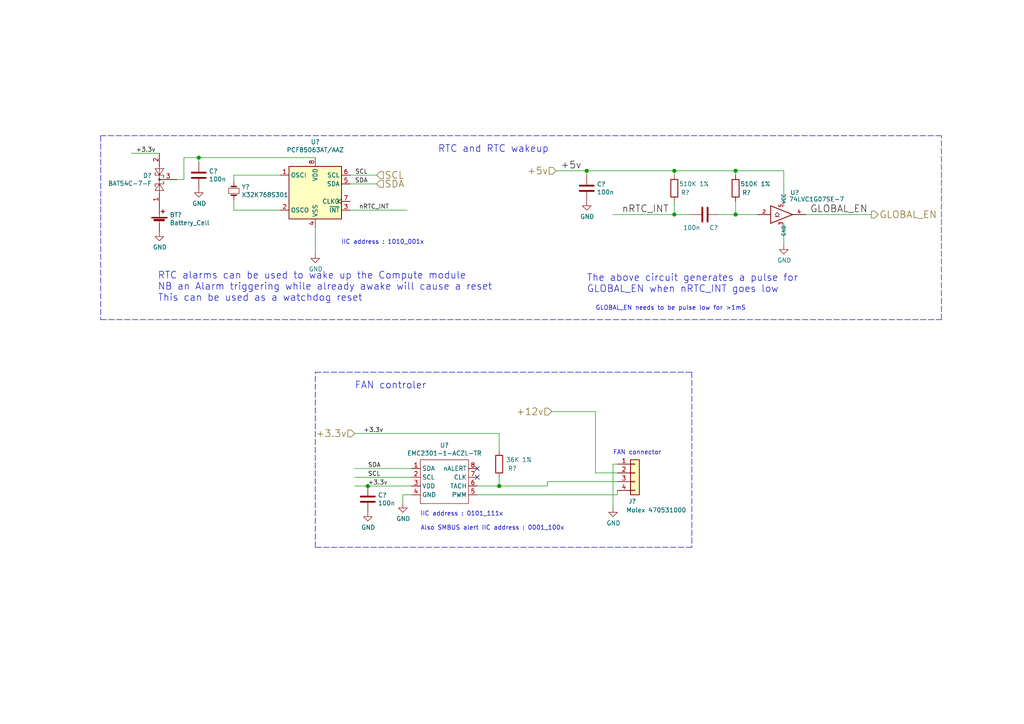
<source format=kicad_sch>
(kicad_sch (version 20210406) (generator eeschema)
  (paper "A4")
  (title_block (title "Compute Module 4 IO Board - RTC - FAN") (rev "1") (company "(c) Raspberry Pi Trading 2020") (comment 1 "www.raspberrypi.org"))
  (lib_symbols
    (symbol "CM4IO:74LVC1G07_copy"
      (property "Reference" "U" (at -2.54 3.81 0))
      (property "Value" "74LVC1G07_copy" (at 0 -3.81 0))
      (symbol "74LVC1G07_copy_0_1"
        (polyline (pts (xy -2.54 -0.635) (xy -1.27 -0.635)))
        (polyline (pts (xy -3.81 2.54) (xy -3.81 -2.54) (xy 2.54 0) (xy -3.81 2.54)) (stroke (width 0.254)))
        (polyline (pts (xy -1.905 0.635) (xy -2.54 0) (xy -1.905 -0.635) (xy -1.27 0) (xy -1.905 0.635)))
      )
      (symbol "74LVC1G07_copy_1_1"
        (pin input line (at -7.62 0 0) (length 3.81) (name "~") (number "2"))
        (pin power_in line (at 0 -2.54 270) (length 0) (name "GND") (number "3"))
        (pin open_collector line (at 6.35 0 180) (length 3.81) (name "~") (number "4"))
        (pin power_in line (at 0 2.54 90) (length 0) (name "VCC") (number "5"))
      )
    )
    (symbol "CM4IO:EMC2301"
      (property "Reference" "U" (at -7.62 13.97 0))
      (property "Value" "EMC2301" (at -1.27 -1.27 0))
      (symbol "EMC2301_0_0"
        (pin open_collector line (at -11.43 10.16 0) (length 2.54) (name "SDA") (number "1"))
        (pin open_collector line (at -11.43 7.62 0) (length 2.54) (name "SCL") (number "2"))
        (pin power_in line (at -11.43 5.08 0) (length 2.54) (name "VDD") (number "3"))
        (pin power_in line (at -11.43 2.54 0) (length 2.54) (name "GND") (number "4"))
        (pin output line (at 7.62 2.54 180) (length 2.54) (name "PWM") (number "5"))
        (pin input line (at 7.62 5.08 180) (length 2.54) (name "TACH") (number "6"))
        (pin input line (at 7.62 7.62 180) (length 2.54) (name "CLK") (number "7"))
        (pin open_collector line (at 7.62 10.16 180) (length 2.54) (name "nALERT") (number "8"))
      )
      (symbol "EMC2301_0_1"
        (rectangle (start -8.89 12.7) (end 5.08 0))
      )
    )
    (symbol "Connector_Generic:Conn_01x04" (pin_names hide)
      (property "Reference" "J" (at 0 5.08 0))
      (property "Value" "Conn_01x04" (at 0 -7.62 0))
      (symbol "Conn_01x04_1_1"
        (rectangle (start -1.27 -4.953) (end 0 -5.207))
        (rectangle (start -1.27 -2.413) (end 0 -2.667))
        (rectangle (start -1.27 0.127) (end 0 -0.127))
        (rectangle (start -1.27 2.667) (end 0 2.413))
        (rectangle (start -1.27 3.81) (end 1.27 -6.35) (stroke (width 0.254)) (fill (type background)))
        (pin passive line (at -5.08 2.54 0) (length 3.81) (name "Pin_1") (number "1"))
        (pin passive line (at -5.08 0 0) (length 3.81) (name "Pin_2") (number "2"))
        (pin passive line (at -5.08 -2.54 0) (length 3.81) (name "Pin_3") (number "3"))
        (pin passive line (at -5.08 -5.08 0) (length 3.81) (name "Pin_4") (number "4"))
      )
    )
    (symbol "Device:Battery_Cell" (pin_numbers hide) (pin_names (offset 0) hide)
      (property "Reference" "BT" (at 2.54 2.54 0))
      (property "Value" "Battery_Cell" (at 2.54 0 0))
      (symbol "Battery_Cell_0_1"
        (rectangle (start -2.286 1.778) (end 2.286 1.524) (fill (type outline)))
        (rectangle (start -1.5748 1.1938) (end 1.4732 0.6858) (fill (type outline)))
        (polyline (pts (xy 0 0.762) (xy 0 0)))
        (polyline (pts (xy 0 1.778) (xy 0 2.54)))
        (polyline (pts (xy 0.508 3.429) (xy 1.524 3.429)) (stroke (width 0.254)))
        (polyline (pts (xy 1.016 3.937) (xy 1.016 2.921)) (stroke (width 0.254)))
      )
      (symbol "Battery_Cell_1_1"
        (pin passive line (at 0 5.08 270) (length 2.54) (name "+") (number "1"))
        (pin passive line (at 0 -2.54 90) (length 2.54) (name "-") (number "2"))
      )
    )
    (symbol "Device:C" (pin_numbers hide) (pin_names (offset 0.254))
      (property "Reference" "C" (at 0.635 2.54 0))
      (property "Value" "C" (at 0.635 -2.54 0))
      (symbol "C_0_1"
        (polyline (pts (xy -2.032 -0.762) (xy 2.032 -0.762)) (stroke (width 0.508)))
        (polyline (pts (xy -2.032 0.762) (xy 2.032 0.762)) (stroke (width 0.508)))
      )
      (symbol "C_1_1"
        (pin passive line (at 0 3.81 270) (length 2.794) (name "~") (number "1"))
        (pin passive line (at 0 -3.81 90) (length 2.794) (name "~") (number "2"))
      )
    )
    (symbol "Device:Crystal_Small" (pin_numbers hide) (pin_names hide)
      (property "Reference" "Y" (at 0 2.54 0))
      (property "Value" "Crystal_Small" (at 0 -2.54 0))
      (symbol "Crystal_Small_0_1"
        (rectangle (start -0.762 -1.524) (end 0.762 1.524))
        (polyline (pts (xy -1.27 -0.762) (xy -1.27 0.762)) (stroke (width 0.381)))
        (polyline (pts (xy 1.27 -0.762) (xy 1.27 0.762)) (stroke (width 0.381)))
      )
      (symbol "Crystal_Small_1_1"
        (pin passive line (at -2.54 0 0) (length 1.27) (name "1") (number "1"))
        (pin passive line (at 2.54 0 180) (length 1.27) (name "2") (number "2"))
      )
    )
    (symbol "Device:R" (pin_numbers hide) (pin_names (offset 0))
      (property "Reference" "R" (at 2.032 0 90))
      (property "Value" "R" (at 0 0 90))
      (symbol "R_0_1"
        (rectangle (start -1.016 -2.54) (end 1.016 2.54) (stroke (width 0.254)))
      )
      (symbol "R_1_1"
        (pin passive line (at 0 3.81 270) (length 1.27) (name "~") (number "1"))
        (pin passive line (at 0 -3.81 90) (length 1.27) (name "~") (number "2"))
      )
    )
    (symbol "Diode:BAT54C"
      (property "Reference" "D" (at 0.635 -3.81 0))
      (property "Value" "BAT54C" (at -6.35 3.175 0))
      (symbol "BAT54C_0_1"
        (circle (center 0 0) (radius 0.254) (fill (type outline)))
        (polyline (pts (xy -1.905 0) (xy 1.905 0)))
        (polyline (pts (xy -1.905 1.27) (xy -1.905 1.016)))
        (polyline (pts (xy -1.27 -1.27) (xy -0.635 -1.27)))
        (polyline (pts (xy -1.27 0) (xy -3.81 0)))
        (polyline (pts (xy -1.27 1.27) (xy -1.905 1.27)))
        (polyline (pts (xy -1.27 1.27) (xy -1.27 -1.27)))
        (polyline (pts (xy -0.635 -1.27) (xy -0.635 -1.016)))
        (polyline (pts (xy 0.635 -1.27) (xy 0.635 -1.016)))
        (polyline (pts (xy 1.27 -1.27) (xy 0.635 -1.27)))
        (polyline (pts (xy 1.27 1.27) (xy 1.27 -1.27)))
        (polyline (pts (xy 1.27 1.27) (xy 1.905 1.27)))
        (polyline (pts (xy 1.905 1.27) (xy 1.905 1.016)))
        (polyline (pts (xy 3.81 0) (xy 1.27 0)))
        (polyline (pts (xy -3.175 -1.27) (xy -3.175 1.27) (xy -1.27 0) (xy -3.175 -1.27)))
        (polyline (pts (xy 3.175 -1.27) (xy 3.175 1.27) (xy 1.27 0) (xy 3.175 -1.27)))
      )
      (symbol "BAT54C_1_1"
        (pin passive line (at -7.62 0 0) (length 3.81) (name "~") (number "1"))
        (pin passive line (at 7.62 0 180) (length 3.81) (name "~") (number "2"))
        (pin passive line (at 0 -5.08 90) (length 5.08) (name "~") (number "3"))
      )
    )
    (symbol "Timer_RTC:PCF8563T"
      (property "Reference" "U" (at -7.62 8.89 0))
      (property "Value" "PCF8563T" (at 2.54 8.89 0))
      (symbol "PCF8563T_0_1"
        (rectangle (start -7.62 7.62) (end 7.62 -7.62) (stroke (width 0.254)) (fill (type background)))
      )
      (symbol "PCF8563T_1_1"
        (pin input line (at -10.16 5.08 0) (length 2.54) (name "OSCI") (number "1"))
        (pin output line (at -10.16 -5.08 0) (length 2.54) (name "OSCO") (number "2"))
        (pin output line (at 10.16 -5.08 180) (length 2.54) (name "~INT~") (number "3"))
        (pin power_in line (at 0 -10.16 90) (length 2.54) (name "VSS") (number "4"))
        (pin bidirectional line (at 10.16 2.54 180) (length 2.54) (name "SDA") (number "5"))
        (pin input line (at 10.16 5.08 180) (length 2.54) (name "SCL") (number "6"))
        (pin output clock (at 10.16 -2.54 180) (length 2.54) (name "CLKO") (number "7"))
        (pin power_in line (at 0 10.16 270) (length 2.54) (name "VDD") (number "8"))
      )
    )
    (symbol "power:GND" (power) (pin_names (offset 0))
      (property "Value" "GND" (at 0 -3.81 0))
      (symbol "GND_0_1"
        (polyline (pts (xy 0 0) (xy 0 -1.27) (xy 1.27 -1.27) (xy 0 -2.54) (xy -1.27 -1.27) (xy 0 -1.27)))
      )
      (symbol "GND_1_1"
        (pin power_in line (at 0 0 270) (length 0) hide (name "GND") (number "1"))
      )
    )
  )
  (junction (at 57.658 45.72) (diameter 1.016))
  (junction (at 106.68 140.97) (diameter 1.016))
  (junction (at 144.78 140.97) (diameter 1.016))
  (junction (at 170.18 49.53) (diameter 1.016))
  (junction (at 195.58 49.53) (diameter 1.016))
  (junction (at 195.58 62.23) (diameter 1.016))
  (junction (at 213.36 49.53) (diameter 1.016))
  (junction (at 213.36 62.23) (diameter 1.016))
  (no_connect (at 138.43 135.89))
  (no_connect (at 138.43 138.43))
  (wire (pts (xy 38.1 44.45) (xy 46.228 44.45)))
  (wire (pts (xy 51.308 52.07) (xy 53.34 52.07)))
  (wire (pts (xy 53.34 45.72) (xy 57.658 45.72)))
  (wire (pts (xy 53.34 52.07) (xy 53.34 45.72)))
  (wire (pts (xy 57.658 45.72) (xy 57.658 47.0154)))
  (wire (pts (xy 57.658 45.72) (xy 91.44 45.72)))
  (wire (pts (xy 67.818 50.8) (xy 67.818 52.832)))
  (wire (pts (xy 67.818 50.8) (xy 81.28 50.8)))
  (wire (pts (xy 67.818 60.96) (xy 67.818 57.912)))
  (wire (pts (xy 81.28 60.96) (xy 67.818 60.96)))
  (wire (pts (xy 91.44 66.04) (xy 91.44 73.66)))
  (wire (pts (xy 101.6 60.96) (xy 118.11 60.96)))
  (wire (pts (xy 102.87 125.73) (xy 144.78 125.73)))
  (wire (pts (xy 106.68 140.97) (xy 102.87 140.97)))
  (wire (pts (xy 109.22 50.8) (xy 101.6 50.8)))
  (wire (pts (xy 109.22 53.34) (xy 101.6 53.34)))
  (wire (pts (xy 116.84 143.51) (xy 116.84 146.05)))
  (wire (pts (xy 119.38 135.89) (xy 102.87 135.89)))
  (wire (pts (xy 119.38 138.43) (xy 102.87 138.43)))
  (wire (pts (xy 119.38 140.97) (xy 106.68 140.97)))
  (wire (pts (xy 119.38 143.51) (xy 116.84 143.51)))
  (wire (pts (xy 138.43 140.97) (xy 144.78 140.97)))
  (wire (pts (xy 138.43 143.51) (xy 179.07 143.51)))
  (wire (pts (xy 144.78 125.73) (xy 144.78 130.81)))
  (wire (pts (xy 144.78 140.97) (xy 144.78 138.43)))
  (wire (pts (xy 144.78 140.97) (xy 158.75 140.97)))
  (wire (pts (xy 158.75 139.7) (xy 158.75 140.97)))
  (wire (pts (xy 161.29 49.53) (xy 170.18 49.53)))
  (wire (pts (xy 170.18 49.53) (xy 195.58 49.53)))
  (wire (pts (xy 170.18 50.8) (xy 170.18 49.53)))
  (wire (pts (xy 172.72 119.38) (xy 160.02 119.38)))
  (wire (pts (xy 172.72 119.38) (xy 172.72 137.16)))
  (wire (pts (xy 177.8 62.23) (xy 195.58 62.23)))
  (wire (pts (xy 177.8 134.62) (xy 177.8 147.32)))
  (wire (pts (xy 179.07 134.62) (xy 177.8 134.62)))
  (wire (pts (xy 179.07 137.16) (xy 172.72 137.16)))
  (wire (pts (xy 179.07 139.7) (xy 158.75 139.7)))
  (wire (pts (xy 179.07 143.51) (xy 179.07 142.24)))
  (wire (pts (xy 195.58 49.53) (xy 195.58 50.8)))
  (wire (pts (xy 195.58 49.53) (xy 213.36 49.53)))
  (wire (pts (xy 195.58 62.23) (xy 195.58 58.42)))
  (wire (pts (xy 195.58 62.23) (xy 200.66 62.23)))
  (wire (pts (xy 208.28 62.23) (xy 213.36 62.23)))
  (wire (pts (xy 213.36 49.53) (xy 213.36 50.8)))
  (wire (pts (xy 213.36 49.53) (xy 227.33 49.53)))
  (wire (pts (xy 213.36 62.23) (xy 213.36 58.42)))
  (wire (pts (xy 213.36 62.23) (xy 219.71 62.23)))
  (wire (pts (xy 227.33 49.53) (xy 227.33 59.69)))
  (wire (pts (xy 227.33 64.77) (xy 227.33 71.12)))
  (wire (pts (xy 233.68 62.23) (xy 252.73 62.23)))
  (polyline (pts (xy 29.21 39.37) (xy 29.21 92.71)) (stroke (width 0) (type dash)))
  (polyline (pts (xy 29.21 92.71) (xy 273.05 92.71)) (stroke (width 0) (type dash)))
  (polyline (pts (xy 91.44 107.95) (xy 200.66 107.95)) (stroke (width 0) (type dash)))
  (polyline (pts (xy 91.44 158.75) (xy 91.44 107.95)) (stroke (width 0) (type dash)))
  (polyline (pts (xy 200.66 107.95) (xy 200.66 158.75)) (stroke (width 0) (type dash)))
  (polyline (pts (xy 200.66 158.75) (xy 91.44 158.75)) (stroke (width 0) (type dash)))
  (polyline (pts (xy 273.05 39.37) (xy 29.21 39.37)) (stroke (width 0) (type dash)))
  (polyline (pts (xy 273.05 92.71) (xy 273.05 39.37)) (stroke (width 0) (type dash)))
  (text "RTC alarms can be used to wake up the Compute module\nNB an Alarm triggering while already awake will cause a reset \nThis can be used as a watchdog reset " (at 45.72 87.63 0) (effects (font (size 2.0066 2.0066)) (justify left bottom)))
  (text "IIC address : 1010_001x" (at 98.9838 71.0438 0) (effects (font (size 1.27 1.27)) (justify left bottom)))
  (text "FAN controler" (at 102.87 113.03 0) (effects (font (size 2.0066 2.0066)) (justify left bottom)))
  (text "IIC address : 0101_111x" (at 121.92 149.86 0) (effects (font (size 1.27 1.27)) (justify left bottom)))
  (text "Also SMBUS alert IIC address : 0001_100x" (at 121.9454 153.9494 0) (effects (font (size 1.27 1.27)) (justify left bottom)))
  (text "RTC and RTC wakeup" (at 127 44.45 0) (effects (font (size 2.0066 2.0066)) (justify left bottom)))
  (text "The above circuit generates a pulse for\nGLOBAL_EN when nRTC_INT goes low" (at 170.18 85.09 0) (effects (font (size 2.0066 2.0066)) (justify left bottom)))
  (text "GLOBAL_EN needs to be pulse low for >1mS" (at 172.72 90.17 0) (effects (font (size 1.27 1.27)) (justify left bottom)))
  (text "FAN connector\n" (at 177.8 132.08 0) (effects (font (size 1.27 1.27)) (justify left bottom)))
  (label "+3.3v" (at 39.37 44.45 0))
  (label "nRTC_INT" (at 104.14 60.96 0))
  (label "+3.3v" (at 105.41 125.73 0))
  (label "SCL" (at 106.68 50.8 180))
  (label "SDA" (at 106.68 53.34 180))
  (label "SDA" (at 106.68 135.89 0))
  (label "SCL" (at 106.68 138.43 0))
  (label "+3.3v" (at 106.68 140.97 0))
  (label "+5v" (at 162.56 49.53 0) (effects (font (size 2.0066 2.0066))))
  (label "nRTC_INT" (at 180.34 62.23 0) (effects (font (size 2.0066 2.0066))))
  (label "GLOBAL_EN" (at 234.95 62.23 0) (effects (font (size 2.0066 2.0066))))
  (hierarchical_label "+3.3v" (shape input) (at 102.87 125.73 180) (effects (font (size 2.0066 2.0066))))
  (hierarchical_label "SCL" (shape input) (at 109.22 50.8 0) (effects (font (size 2.0066 2.0066))))
  (hierarchical_label "SDA" (shape input) (at 109.22 53.34 0) (effects (font (size 2.0066 2.0066))))
  (hierarchical_label "+12v" (shape input) (at 160.02 119.38 180) (effects (font (size 2.0066 2.0066))))
  (hierarchical_label "+5v" (shape input) (at 161.29 49.53 180) (effects (font (size 2.0066 2.0066))))
  (hierarchical_label "GLOBAL_EN" (shape output) (at 252.73 62.23 0) (effects (font (size 2.0066 2.0066))))
  (symbol (lib_id "power:GND") (at 46.228 67.31 0) (unit 1)
    (property "Reference" "#PWR?" (effects hide))
    (property "Value" "GND" (at 46.355 71.7042 0))
  )
  (symbol (lib_id "power:GND") (at 57.658 54.6354 0) (unit 1)
    (property "Reference" "#PWR?" (effects hide))
    (property "Value" "GND" (at 57.785 59.0296 0))
  )
  (symbol (lib_id "power:GND") (at 91.44 73.66 0) (unit 1)
    (property "Reference" "#PWR?" (effects hide))
    (property "Value" "GND" (at 91.567 78.0542 0))
  )
  (symbol (lib_id "power:GND") (at 106.68 148.59 0) (unit 1)
    (property "Reference" "#PWR?" (effects hide))
    (property "Value" "GND" (at 106.807 152.9842 0))
  )
  (symbol (lib_id "power:GND") (at 116.84 146.05 0) (unit 1)
    (property "Reference" "#PWR?" (effects hide))
    (property "Value" "GND" (at 116.967 150.4442 0))
  )
  (symbol (lib_id "power:GND") (at 170.18 58.42 0) (unit 1)
    (property "Reference" "#PWR?" (effects hide))
    (property "Value" "GND" (at 170.307 62.8142 0))
  )
  (symbol (lib_id "power:GND") (at 177.8 147.32 0) (unit 1)
    (property "Reference" "#PWR?" (effects hide))
    (property "Value" "GND" (at 177.927 151.7142 0))
  )
  (symbol (lib_id "power:GND") (at 227.33 71.12 0) (unit 1)
    (property "Reference" "#PWR?" (effects hide))
    (property "Value" "GND" (at 227.457 75.5142 0))
  )
  (symbol (lib_id "Device:Crystal_Small") (at 67.818 55.372 90) (unit 1)
    (property "Reference" "Y?" (at 70.0532 54.229 90) (effects (justify right)))
    (property "Value" "X32K768S301" (at 70.0532 56.515 90) (effects (justify right)))
    (property "Footprint" "Crystal:Crystal_SMD_3215-2Pin_3.2x1.5mm" (effects hide))
    (property "Field6" "X32K768S301" (effects hide))
    (property "Field7" "AEL" (effects hide))
    (property "Part Description" "Crystal 32.768KHz 7pF 20pmm" (effects hide))
  )
  (symbol (lib_id "Device:R") (at 144.78 134.62 180) (unit 1)
    (property "Reference" "R?" (at 148.59 135.89 0))
    (property "Value" "36K 1%" (at 150.495 133.35 0))
    (property "Footprint" "Resistor_SMD:R_0402_1005Metric" (effects hide))
    (property "Datasheet" "https://fscdn.rohm.com/en/products/databook/datasheet/passive/resistor/chip_resistor/mcr-e.pdf" (effects hide))
    (property "Field4" "Farnell" (effects hide))
    (property "Field5" "1458788" (effects hide))
    (property "Field7" "Rohm" (effects hide))
    (property "Field6" "MCR01MZPF3602" (effects hide))
    (property "Part Description" "Resistor 36K M1005 1% 63mW" (effects hide))
  )
  (symbol (lib_id "Device:R") (at 195.58 54.61 180) (unit 1)
    (property "Reference" "R?" (at 198.755 55.88 0))
    (property "Value" "510K 1%" (at 201.295 53.34 0))
    (property "Footprint" "Resistor_SMD:R_0402_1005Metric" (effects hide))
    (property "Datasheet" "https://fscdn.rohm.com/en/products/databook/datasheet/passive/resistor/chip_resistor/mcr-e.pdf" (effects hide))
    (property "Field4" "Farnell" (effects hide))
    (property "Field5" "1458807" (effects hide))
    (property "Field7" "Rohm" (effects hide))
    (property "Field6" "MCR01MZPF5103" (effects hide))
    (property "Part Description" "Resistor 510K M1005 1% 63mW" (effects hide))
  )
  (symbol (lib_id "Device:R") (at 213.36 54.61 180) (unit 1)
    (property "Reference" "R?" (at 216.535 55.88 0))
    (property "Value" "510K 1%" (at 219.075 53.34 0))
    (property "Footprint" "Resistor_SMD:R_0402_1005Metric" (effects hide))
    (property "Datasheet" "https://fscdn.rohm.com/en/products/databook/datasheet/passive/resistor/chip_resistor/mcr-e.pdf" (effects hide))
    (property "Field4" "Farnell" (effects hide))
    (property "Field5" "1458807" (effects hide))
    (property "Field7" "Rohm" (effects hide))
    (property "Field6" "MCR01MZPF5103" (effects hide))
    (property "Part Description" "Resistor 510K M1005 1% 63mW" (effects hide))
  )
  (symbol (lib_id "Device:Battery_Cell") (at 46.228 64.77 0) (unit 1)
    (property "Reference" "BT?" (at 49.2252 62.3316 0) (effects (justify left)))
    (property "Value" "Battery_Cell" (at 49.2252 64.643 0) (effects (justify left)))
    (property "Footprint" "Battery:BatteryHolder_Keystone_3034_1x20mm" (effects hide))
    (property "Datasheet" "https://www.keyelco.com/userAssets/file/M65p9.pdf" (effects hide))
    (property "Field4" "Digikey" (effects hide))
    (property "Field5" "36-3034-ND" (effects hide))
    (property "Field6" "3034" (effects hide))
    (property "Field7" "Keystone" (effects hide))
    (property "Part Description" "	Battery Retainer Coin, 20.0mm 1 Cell SMD (SMT) Tab" (effects hide))
  )
  (symbol (lib_id "Device:C") (at 57.658 50.8254 0) (unit 1)
    (property "Reference" "C?" (at 60.579 49.657 0) (effects (justify left)))
    (property "Value" "100n" (at 60.579 51.9684 0) (effects (justify left)))
    (property "Footprint" "Capacitor_SMD:C_0402_1005Metric" (effects hide))
    (property "Datasheet" "https://search.murata.co.jp/Ceramy/image/img/A01X/G101/ENG/GRM155R71C104KA88-01.pdf" (effects hide))
    (property "Field4" "Farnell" (effects hide))
    (property "Field5" "2611911" (effects hide))
    (property "Field6" "RM EMK105 B7104KV-F" (effects hide))
    (property "Field7" "TAIYO YUDEN EUROPE GMBH" (effects hide))
    (property "Part Description" "	0.1uF 10% 16V Ceramic Capacitor X7R 0402 (1005 Metric)" (effects hide))
    (property "Field8" "110091611" (effects hide))
  )
  (symbol (lib_id "Device:C") (at 106.68 144.78 0) (unit 1)
    (property "Reference" "C?" (at 109.601 143.6116 0) (effects (justify left)))
    (property "Value" "100n" (at 109.601 145.923 0) (effects (justify left)))
    (property "Footprint" "Capacitor_SMD:C_0402_1005Metric" (effects hide))
    (property "Datasheet" "https://search.murata.co.jp/Ceramy/image/img/A01X/G101/ENG/GRM155R71C104KA88-01.pdf" (effects hide))
    (property "Field4" "Farnell" (effects hide))
    (property "Field5" "2611911" (effects hide))
    (property "Field6" "RM EMK105 B7104KV-F" (effects hide))
    (property "Field7" "TAIYO YUDEN EUROPE GMBH" (effects hide))
    (property "Part Description" "	0.1uF 10% 16V Ceramic Capacitor X7R 0402 (1005 Metric)" (effects hide))
    (property "Field8" "110091611" (effects hide))
  )
  (symbol (lib_id "Device:C") (at 170.18 54.61 0) (unit 1)
    (property "Reference" "C?" (at 173.101 53.4416 0) (effects (justify left)))
    (property "Value" "100n" (at 173.101 55.753 0) (effects (justify left)))
    (property "Footprint" "Capacitor_SMD:C_0402_1005Metric" (effects hide))
    (property "Datasheet" "https://search.murata.co.jp/Ceramy/image/img/A01X/G101/ENG/GRM155R71C104KA88-01.pdf" (effects hide))
    (property "Field4" "Farnell" (effects hide))
    (property "Field5" "2611911" (effects hide))
    (property "Field6" "RM EMK105 B7104KV-F" (effects hide))
    (property "Field7" "TAIYO YUDEN EUROPE GMBH" (effects hide))
    (property "Part Description" "	0.1uF 10% 16V Ceramic Capacitor X7R 0402 (1005 Metric)" (effects hide))
    (property "Field8" "110091611" (effects hide))
  )
  (symbol (lib_id "Device:C") (at 204.47 62.23 270) (unit 1)
    (property "Reference" "C?" (at 205.74 66.04 90) (effects (justify left)))
    (property "Value" "100n" (at 198.12 66.04 90) (effects (justify left)))
    (property "Footprint" "Capacitor_SMD:C_0402_1005Metric" (effects hide))
    (property "Datasheet" "https://search.murata.co.jp/Ceramy/image/img/A01X/G101/ENG/GRM155R71C104KA88-01.pdf" (effects hide))
    (property "Field4" "Farnell" (effects hide))
    (property "Field5" "2611911" (effects hide))
    (property "Field6" "RM EMK105 B7104KV-F" (effects hide))
    (property "Field7" "TAIYO YUDEN EUROPE GMBH" (effects hide))
    (property "Part Description" "	0.1uF 10% 16V Ceramic Capacitor X7R 0402 (1005 Metric)" (effects hide))
    (property "Field8" "110091611" (effects hide))
  )
  (symbol (lib_id "Connector_Generic:Conn_01x04") (at 184.15 137.16 0) (unit 1)
    (property "Reference" "J?" (at 182.245 145.415 0) (effects (justify left)))
    (property "Value" "Molex 470531000" (at 181.61 147.955 0) (effects (justify left)))
    (property "Footprint" "Connector:FanPinHeader_1x04_P2.54mm_Vertical" (effects hide))
    (property "Datasheet" "https://www.molex.com/pdm_docs/sd/470531000_sd.pdf" (effects hide))
    (property "Field4" "Farnell" (effects hide))
    (property "Field5" "	2313705" (effects hide))
    (property "Field6" "470531000" (effects hide))
    (property "Field7" "Molex" (effects hide))
    (property "Part Description" "	Connector Header Through Hole 4 position 0.100\" (2.54mm)" (effects hide))
  )
  (symbol (lib_id "CM4IO:74LVC1G07_copy") (at 227.33 62.23 0) (unit 1)
    (property "Reference" "U?" (at 230.505 55.88 0))
    (property "Value" "74LVC1G07SE-7" (at 236.855 57.785 0))
    (property "Footprint" "Package_TO_SOT_SMD:SOT-353_SC-70-5" (effects hide))
    (property "Datasheet" "https://www.diodes.com/assets/Datasheets/74LVC1G07.pdf" (effects hide))
    (property "Field4" "Farnell" (effects hide))
    (property "Field5" "2425492" (effects hide))
    (property "Field6" "74LVC1G07SE-7" (effects hide))
    (property "Field7" "Diodes" (effects hide))
    (property "Part Description" "Buffer, Non-Inverting 1 Element 1 Bit per Element Open Drain Output SOT-353" (effects hide))
  )
  (symbol (lib_id "Diode:BAT54C") (at 46.228 52.07 90) (unit 1)
    (property "Reference" "D?" (at 44.0182 50.927 90) (effects (justify left)))
    (property "Value" "BAT54C-7-F" (at 44.0182 53.213 90) (effects (justify left)))
    (property "Footprint" "Package_TO_SOT_SMD:SOT-23" (effects hide))
    (property "Datasheet" "http://www.farnell.com/datasheets/2861240.pdf?_ga=2.129831176.54358802.1587372871-1787849031.1568210898&_gac=1.175311126.1587399424.EAIaIQobChMInOvF07P36AIVw7HtCh0NWwCeEAAYAyAAEgI0YfD_BwE" (effects hide))
    (property "Field4" "Farnell" (effects hide))
    (property "Field5" "2306010" (effects hide))
    (property "Field6" "BAT54C-7-F" (effects hide))
    (property "Field7" "Rohm" (effects hide))
    (property "Part Description" "Diode Array 1 Pair Common Cathode Schottky 30V 200mA (DC) Surface Mount TO-236-3, SC-59, SOT-23-3" (effects hide))
  )
  (symbol (lib_id "CM4IO:EMC2301") (at 130.81 146.05 0) (unit 1)
    (property "Reference" "U?" (at 128.905 129.159 0))
    (property "Value" "EMC2301-1-ACZL-TR" (at 128.905 131.4704 0))
    (property "Footprint" "Package_SO:SOIC-8_5.23x5.23mm_P1.27mm" (effects hide))
    (property "Datasheet" "https://ww1.microchip.com/downloads/en/DeviceDoc/2301.pdf" (effects hide))
    (property "Field4" "Digikey" (effects hide))
    (property "Field5" "EMC2301-1-ACZL-CT-ND" (effects hide))
    (property "Field6" "EMC2301-1-ACZL-TR" (effects hide))
    (property "Field7" "Microchip" (effects hide))
    (property "Part Description" "Motor Driver PWM 8-MSOP" (effects hide))
  )
  (symbol (lib_id "Timer_RTC:PCF8563T") (at 91.44 55.88 0) (unit 1)
    (property "Reference" "U?" (at 91.44 41.1734 0))
    (property "Value" "PCF85063AT/AAZ" (at 91.44 43.4848 0))
    (property "Footprint" "Package_SO:SOIC-8_3.9x4.9mm_P1.27mm" (effects hide))
    (property "Datasheet" "https://www.nxp.com/docs/en/data-sheet/PCF85063A.pdf" (effects hide))
    (property "Field4" "Farnell" (effects hide))
    (property "Field5" "2890042" (effects hide))
    (property "Field7" "NXP" (effects hide))
    (property "Field6" "PCF85063AT/AAZ" (effects hide))
    (property "Part Description" "Real Time Clock (RTC) IC Clock/Calendar I²C, 2-Wire Serial 8-SOIC (0.154\", 3.90mm Width)" (effects hide))
  )
)
</source>
